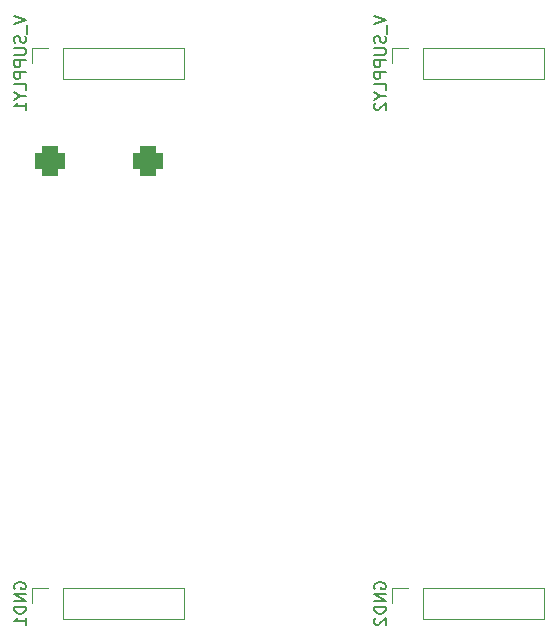
<source format=gbr>
%TF.GenerationSoftware,KiCad,Pcbnew,8.0.5*%
%TF.CreationDate,2024-11-19T03:03:03+05:30*%
%TF.ProjectId,midi,6d696469-2e6b-4696-9361-645f70636258,rev?*%
%TF.SameCoordinates,Original*%
%TF.FileFunction,Legend,Bot*%
%TF.FilePolarity,Positive*%
%FSLAX46Y46*%
G04 Gerber Fmt 4.6, Leading zero omitted, Abs format (unit mm)*
G04 Created by KiCad (PCBNEW 8.0.5) date 2024-11-19 03:03:03*
%MOMM*%
%LPD*%
G01*
G04 APERTURE LIST*
G04 Aperture macros list*
%AMRoundRect*
0 Rectangle with rounded corners*
0 $1 Rounding radius*
0 $2 $3 $4 $5 $6 $7 $8 $9 X,Y pos of 4 corners*
0 Add a 4 corners polygon primitive as box body*
4,1,4,$2,$3,$4,$5,$6,$7,$8,$9,$2,$3,0*
0 Add four circle primitives for the rounded corners*
1,1,$1+$1,$2,$3*
1,1,$1+$1,$4,$5*
1,1,$1+$1,$6,$7*
1,1,$1+$1,$8,$9*
0 Add four rect primitives between the rounded corners*
20,1,$1+$1,$2,$3,$4,$5,0*
20,1,$1+$1,$4,$5,$6,$7,0*
20,1,$1+$1,$6,$7,$8,$9,0*
20,1,$1+$1,$8,$9,$2,$3,0*%
G04 Aperture macros list end*
%ADD10C,0.150000*%
%ADD11C,0.120000*%
%ADD12RoundRect,0.650000X0.650000X-0.650000X0.650000X0.650000X-0.650000X0.650000X-0.650000X-0.650000X0*%
%ADD13O,2.100000X3.100000*%
%ADD14R,1.700000X1.700000*%
%ADD15O,1.700000X1.700000*%
%ADD16C,0.650000*%
%ADD17O,2.100000X1.000000*%
%ADD18O,1.600000X1.000000*%
%ADD19R,2.000000X2.000000*%
%ADD20O,2.000000X2.000000*%
G04 APERTURE END LIST*
D10*
X53004819Y-46776190D02*
X54004819Y-47109523D01*
X54004819Y-47109523D02*
X53004819Y-47442856D01*
X54100057Y-47538095D02*
X54100057Y-48299999D01*
X53957200Y-48490476D02*
X54004819Y-48633333D01*
X54004819Y-48633333D02*
X54004819Y-48871428D01*
X54004819Y-48871428D02*
X53957200Y-48966666D01*
X53957200Y-48966666D02*
X53909580Y-49014285D01*
X53909580Y-49014285D02*
X53814342Y-49061904D01*
X53814342Y-49061904D02*
X53719104Y-49061904D01*
X53719104Y-49061904D02*
X53623866Y-49014285D01*
X53623866Y-49014285D02*
X53576247Y-48966666D01*
X53576247Y-48966666D02*
X53528628Y-48871428D01*
X53528628Y-48871428D02*
X53481009Y-48680952D01*
X53481009Y-48680952D02*
X53433390Y-48585714D01*
X53433390Y-48585714D02*
X53385771Y-48538095D01*
X53385771Y-48538095D02*
X53290533Y-48490476D01*
X53290533Y-48490476D02*
X53195295Y-48490476D01*
X53195295Y-48490476D02*
X53100057Y-48538095D01*
X53100057Y-48538095D02*
X53052438Y-48585714D01*
X53052438Y-48585714D02*
X53004819Y-48680952D01*
X53004819Y-48680952D02*
X53004819Y-48919047D01*
X53004819Y-48919047D02*
X53052438Y-49061904D01*
X53004819Y-49490476D02*
X53814342Y-49490476D01*
X53814342Y-49490476D02*
X53909580Y-49538095D01*
X53909580Y-49538095D02*
X53957200Y-49585714D01*
X53957200Y-49585714D02*
X54004819Y-49680952D01*
X54004819Y-49680952D02*
X54004819Y-49871428D01*
X54004819Y-49871428D02*
X53957200Y-49966666D01*
X53957200Y-49966666D02*
X53909580Y-50014285D01*
X53909580Y-50014285D02*
X53814342Y-50061904D01*
X53814342Y-50061904D02*
X53004819Y-50061904D01*
X54004819Y-50538095D02*
X53004819Y-50538095D01*
X53004819Y-50538095D02*
X53004819Y-50919047D01*
X53004819Y-50919047D02*
X53052438Y-51014285D01*
X53052438Y-51014285D02*
X53100057Y-51061904D01*
X53100057Y-51061904D02*
X53195295Y-51109523D01*
X53195295Y-51109523D02*
X53338152Y-51109523D01*
X53338152Y-51109523D02*
X53433390Y-51061904D01*
X53433390Y-51061904D02*
X53481009Y-51014285D01*
X53481009Y-51014285D02*
X53528628Y-50919047D01*
X53528628Y-50919047D02*
X53528628Y-50538095D01*
X54004819Y-51538095D02*
X53004819Y-51538095D01*
X53004819Y-51538095D02*
X53004819Y-51919047D01*
X53004819Y-51919047D02*
X53052438Y-52014285D01*
X53052438Y-52014285D02*
X53100057Y-52061904D01*
X53100057Y-52061904D02*
X53195295Y-52109523D01*
X53195295Y-52109523D02*
X53338152Y-52109523D01*
X53338152Y-52109523D02*
X53433390Y-52061904D01*
X53433390Y-52061904D02*
X53481009Y-52014285D01*
X53481009Y-52014285D02*
X53528628Y-51919047D01*
X53528628Y-51919047D02*
X53528628Y-51538095D01*
X54004819Y-53014285D02*
X54004819Y-52538095D01*
X54004819Y-52538095D02*
X53004819Y-52538095D01*
X53528628Y-53538095D02*
X54004819Y-53538095D01*
X53004819Y-53204762D02*
X53528628Y-53538095D01*
X53528628Y-53538095D02*
X53004819Y-53871428D01*
X54004819Y-54728571D02*
X54004819Y-54157143D01*
X54004819Y-54442857D02*
X53004819Y-54442857D01*
X53004819Y-54442857D02*
X53147676Y-54347619D01*
X53147676Y-54347619D02*
X53242914Y-54252381D01*
X53242914Y-54252381D02*
X53290533Y-54157143D01*
X83484819Y-46776190D02*
X84484819Y-47109523D01*
X84484819Y-47109523D02*
X83484819Y-47442856D01*
X84580057Y-47538095D02*
X84580057Y-48299999D01*
X84437200Y-48490476D02*
X84484819Y-48633333D01*
X84484819Y-48633333D02*
X84484819Y-48871428D01*
X84484819Y-48871428D02*
X84437200Y-48966666D01*
X84437200Y-48966666D02*
X84389580Y-49014285D01*
X84389580Y-49014285D02*
X84294342Y-49061904D01*
X84294342Y-49061904D02*
X84199104Y-49061904D01*
X84199104Y-49061904D02*
X84103866Y-49014285D01*
X84103866Y-49014285D02*
X84056247Y-48966666D01*
X84056247Y-48966666D02*
X84008628Y-48871428D01*
X84008628Y-48871428D02*
X83961009Y-48680952D01*
X83961009Y-48680952D02*
X83913390Y-48585714D01*
X83913390Y-48585714D02*
X83865771Y-48538095D01*
X83865771Y-48538095D02*
X83770533Y-48490476D01*
X83770533Y-48490476D02*
X83675295Y-48490476D01*
X83675295Y-48490476D02*
X83580057Y-48538095D01*
X83580057Y-48538095D02*
X83532438Y-48585714D01*
X83532438Y-48585714D02*
X83484819Y-48680952D01*
X83484819Y-48680952D02*
X83484819Y-48919047D01*
X83484819Y-48919047D02*
X83532438Y-49061904D01*
X83484819Y-49490476D02*
X84294342Y-49490476D01*
X84294342Y-49490476D02*
X84389580Y-49538095D01*
X84389580Y-49538095D02*
X84437200Y-49585714D01*
X84437200Y-49585714D02*
X84484819Y-49680952D01*
X84484819Y-49680952D02*
X84484819Y-49871428D01*
X84484819Y-49871428D02*
X84437200Y-49966666D01*
X84437200Y-49966666D02*
X84389580Y-50014285D01*
X84389580Y-50014285D02*
X84294342Y-50061904D01*
X84294342Y-50061904D02*
X83484819Y-50061904D01*
X84484819Y-50538095D02*
X83484819Y-50538095D01*
X83484819Y-50538095D02*
X83484819Y-50919047D01*
X83484819Y-50919047D02*
X83532438Y-51014285D01*
X83532438Y-51014285D02*
X83580057Y-51061904D01*
X83580057Y-51061904D02*
X83675295Y-51109523D01*
X83675295Y-51109523D02*
X83818152Y-51109523D01*
X83818152Y-51109523D02*
X83913390Y-51061904D01*
X83913390Y-51061904D02*
X83961009Y-51014285D01*
X83961009Y-51014285D02*
X84008628Y-50919047D01*
X84008628Y-50919047D02*
X84008628Y-50538095D01*
X84484819Y-51538095D02*
X83484819Y-51538095D01*
X83484819Y-51538095D02*
X83484819Y-51919047D01*
X83484819Y-51919047D02*
X83532438Y-52014285D01*
X83532438Y-52014285D02*
X83580057Y-52061904D01*
X83580057Y-52061904D02*
X83675295Y-52109523D01*
X83675295Y-52109523D02*
X83818152Y-52109523D01*
X83818152Y-52109523D02*
X83913390Y-52061904D01*
X83913390Y-52061904D02*
X83961009Y-52014285D01*
X83961009Y-52014285D02*
X84008628Y-51919047D01*
X84008628Y-51919047D02*
X84008628Y-51538095D01*
X84484819Y-53014285D02*
X84484819Y-52538095D01*
X84484819Y-52538095D02*
X83484819Y-52538095D01*
X84008628Y-53538095D02*
X84484819Y-53538095D01*
X83484819Y-53204762D02*
X84008628Y-53538095D01*
X84008628Y-53538095D02*
X83484819Y-53871428D01*
X83580057Y-54157143D02*
X83532438Y-54204762D01*
X83532438Y-54204762D02*
X83484819Y-54300000D01*
X83484819Y-54300000D02*
X83484819Y-54538095D01*
X83484819Y-54538095D02*
X83532438Y-54633333D01*
X83532438Y-54633333D02*
X83580057Y-54680952D01*
X83580057Y-54680952D02*
X83675295Y-54728571D01*
X83675295Y-54728571D02*
X83770533Y-54728571D01*
X83770533Y-54728571D02*
X83913390Y-54680952D01*
X83913390Y-54680952D02*
X84484819Y-54109524D01*
X84484819Y-54109524D02*
X84484819Y-54728571D01*
X83532438Y-95281904D02*
X83484819Y-95186666D01*
X83484819Y-95186666D02*
X83484819Y-95043809D01*
X83484819Y-95043809D02*
X83532438Y-94900952D01*
X83532438Y-94900952D02*
X83627676Y-94805714D01*
X83627676Y-94805714D02*
X83722914Y-94758095D01*
X83722914Y-94758095D02*
X83913390Y-94710476D01*
X83913390Y-94710476D02*
X84056247Y-94710476D01*
X84056247Y-94710476D02*
X84246723Y-94758095D01*
X84246723Y-94758095D02*
X84341961Y-94805714D01*
X84341961Y-94805714D02*
X84437200Y-94900952D01*
X84437200Y-94900952D02*
X84484819Y-95043809D01*
X84484819Y-95043809D02*
X84484819Y-95139047D01*
X84484819Y-95139047D02*
X84437200Y-95281904D01*
X84437200Y-95281904D02*
X84389580Y-95329523D01*
X84389580Y-95329523D02*
X84056247Y-95329523D01*
X84056247Y-95329523D02*
X84056247Y-95139047D01*
X84484819Y-95758095D02*
X83484819Y-95758095D01*
X83484819Y-95758095D02*
X84484819Y-96329523D01*
X84484819Y-96329523D02*
X83484819Y-96329523D01*
X84484819Y-96805714D02*
X83484819Y-96805714D01*
X83484819Y-96805714D02*
X83484819Y-97043809D01*
X83484819Y-97043809D02*
X83532438Y-97186666D01*
X83532438Y-97186666D02*
X83627676Y-97281904D01*
X83627676Y-97281904D02*
X83722914Y-97329523D01*
X83722914Y-97329523D02*
X83913390Y-97377142D01*
X83913390Y-97377142D02*
X84056247Y-97377142D01*
X84056247Y-97377142D02*
X84246723Y-97329523D01*
X84246723Y-97329523D02*
X84341961Y-97281904D01*
X84341961Y-97281904D02*
X84437200Y-97186666D01*
X84437200Y-97186666D02*
X84484819Y-97043809D01*
X84484819Y-97043809D02*
X84484819Y-96805714D01*
X83580057Y-97758095D02*
X83532438Y-97805714D01*
X83532438Y-97805714D02*
X83484819Y-97900952D01*
X83484819Y-97900952D02*
X83484819Y-98139047D01*
X83484819Y-98139047D02*
X83532438Y-98234285D01*
X83532438Y-98234285D02*
X83580057Y-98281904D01*
X83580057Y-98281904D02*
X83675295Y-98329523D01*
X83675295Y-98329523D02*
X83770533Y-98329523D01*
X83770533Y-98329523D02*
X83913390Y-98281904D01*
X83913390Y-98281904D02*
X84484819Y-97710476D01*
X84484819Y-97710476D02*
X84484819Y-98329523D01*
X53052438Y-95281904D02*
X53004819Y-95186666D01*
X53004819Y-95186666D02*
X53004819Y-95043809D01*
X53004819Y-95043809D02*
X53052438Y-94900952D01*
X53052438Y-94900952D02*
X53147676Y-94805714D01*
X53147676Y-94805714D02*
X53242914Y-94758095D01*
X53242914Y-94758095D02*
X53433390Y-94710476D01*
X53433390Y-94710476D02*
X53576247Y-94710476D01*
X53576247Y-94710476D02*
X53766723Y-94758095D01*
X53766723Y-94758095D02*
X53861961Y-94805714D01*
X53861961Y-94805714D02*
X53957200Y-94900952D01*
X53957200Y-94900952D02*
X54004819Y-95043809D01*
X54004819Y-95043809D02*
X54004819Y-95139047D01*
X54004819Y-95139047D02*
X53957200Y-95281904D01*
X53957200Y-95281904D02*
X53909580Y-95329523D01*
X53909580Y-95329523D02*
X53576247Y-95329523D01*
X53576247Y-95329523D02*
X53576247Y-95139047D01*
X54004819Y-95758095D02*
X53004819Y-95758095D01*
X53004819Y-95758095D02*
X54004819Y-96329523D01*
X54004819Y-96329523D02*
X53004819Y-96329523D01*
X54004819Y-96805714D02*
X53004819Y-96805714D01*
X53004819Y-96805714D02*
X53004819Y-97043809D01*
X53004819Y-97043809D02*
X53052438Y-97186666D01*
X53052438Y-97186666D02*
X53147676Y-97281904D01*
X53147676Y-97281904D02*
X53242914Y-97329523D01*
X53242914Y-97329523D02*
X53433390Y-97377142D01*
X53433390Y-97377142D02*
X53576247Y-97377142D01*
X53576247Y-97377142D02*
X53766723Y-97329523D01*
X53766723Y-97329523D02*
X53861961Y-97281904D01*
X53861961Y-97281904D02*
X53957200Y-97186666D01*
X53957200Y-97186666D02*
X54004819Y-97043809D01*
X54004819Y-97043809D02*
X54004819Y-96805714D01*
X54004819Y-98329523D02*
X54004819Y-97758095D01*
X54004819Y-98043809D02*
X53004819Y-98043809D01*
X53004819Y-98043809D02*
X53147676Y-97948571D01*
X53147676Y-97948571D02*
X53242914Y-97853333D01*
X53242914Y-97853333D02*
X53290533Y-97758095D01*
D11*
%TO.C,V_SUPPLY1*%
X54550000Y-49470000D02*
X55880000Y-49470000D01*
X54550000Y-50800000D02*
X54550000Y-49470000D01*
X57150000Y-52130000D02*
X57150000Y-49470000D01*
X67370000Y-49470000D02*
X57150000Y-49470000D01*
X67370000Y-52130000D02*
X57150000Y-52130000D01*
X67370000Y-52130000D02*
X67370000Y-49470000D01*
%TO.C,V_SUPPLY2*%
X85030000Y-49470000D02*
X86360000Y-49470000D01*
X85030000Y-50800000D02*
X85030000Y-49470000D01*
X87630000Y-52130000D02*
X87630000Y-49470000D01*
X97850000Y-49470000D02*
X87630000Y-49470000D01*
X97850000Y-52130000D02*
X87630000Y-52130000D01*
X97850000Y-52130000D02*
X97850000Y-49470000D01*
%TO.C,GND2*%
X85030000Y-95190000D02*
X86360000Y-95190000D01*
X85030000Y-96520000D02*
X85030000Y-95190000D01*
X87630000Y-97850000D02*
X87630000Y-95190000D01*
X97850000Y-95190000D02*
X87630000Y-95190000D01*
X97850000Y-97850000D02*
X87630000Y-97850000D01*
X97850000Y-97850000D02*
X97850000Y-95190000D01*
%TO.C,GND1*%
X54550000Y-95190000D02*
X55880000Y-95190000D01*
X54550000Y-96520000D02*
X54550000Y-95190000D01*
X57150000Y-97850000D02*
X57150000Y-95190000D01*
X67370000Y-95190000D02*
X57150000Y-95190000D01*
X67370000Y-97850000D02*
X57150000Y-97850000D01*
X67370000Y-97850000D02*
X67370000Y-95190000D01*
%TD*%
%LPC*%
D12*
%TO.C,J1*%
X64340000Y-59055000D03*
D13*
X67440000Y-59055000D03*
D12*
X56040000Y-59055000D03*
%TD*%
D14*
%TO.C,J3*%
X73660000Y-104140000D03*
D15*
X76200000Y-104140000D03*
X78740000Y-104140000D03*
X81280000Y-104140000D03*
%TD*%
D16*
%TO.C,J4*%
X53240000Y-86010000D03*
X53240000Y-91790000D03*
D17*
X53770000Y-84580000D03*
D18*
X49590000Y-84580000D03*
D17*
X53770000Y-93220000D03*
D18*
X49590000Y-93220000D03*
%TD*%
D14*
%TO.C,J2*%
X101600000Y-63500000D03*
D15*
X101600000Y-66040000D03*
X101600000Y-68580000D03*
X101600000Y-71120000D03*
X101600000Y-73660000D03*
X101600000Y-76200000D03*
X101600000Y-78740000D03*
X101600000Y-81280000D03*
%TD*%
D19*
%TO.C,V_SUPPLY1*%
X55880000Y-50800000D03*
D20*
X58420000Y-50800000D03*
X60960000Y-50800000D03*
X63500000Y-50800000D03*
X66040000Y-50800000D03*
%TD*%
D19*
%TO.C,V_SUPPLY2*%
X86360000Y-50800000D03*
D20*
X88900000Y-50800000D03*
X91440000Y-50800000D03*
X93980000Y-50800000D03*
X96520000Y-50800000D03*
%TD*%
D19*
%TO.C,GND2*%
X86360000Y-96520000D03*
D20*
X88900000Y-96520000D03*
X91440000Y-96520000D03*
X93980000Y-96520000D03*
X96520000Y-96520000D03*
%TD*%
D19*
%TO.C,GND1*%
X55880000Y-96520000D03*
D20*
X58420000Y-96520000D03*
X60960000Y-96520000D03*
X63500000Y-96520000D03*
X66040000Y-96520000D03*
%TD*%
%LPD*%
M02*

</source>
